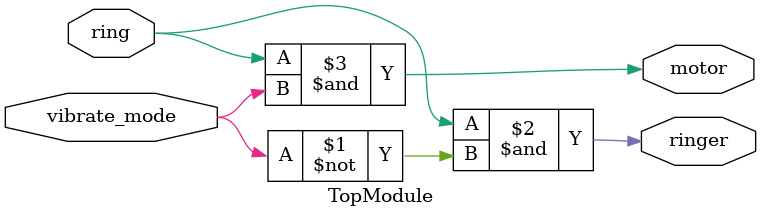
<source format=sv>

module TopModule (
  input ring,
  input vibrate_mode,
  output ringer,
  output motor
);

assign ringer = ring & ~vibrate_mode;
assign motor = ring & vibrate_mode;
endmodule

</source>
